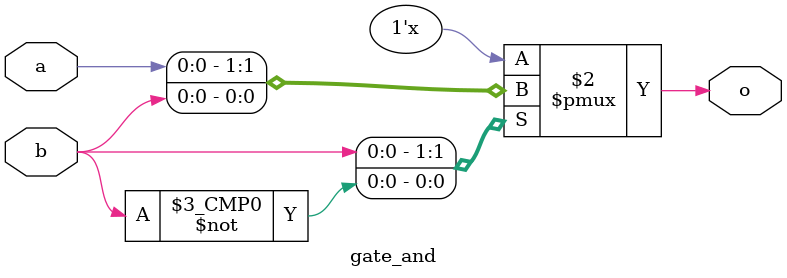
<source format=v>
module gate_and(
  input a,b,
  output reg o
);
    always @(*) begin
        case (b)
           1'b1 : o = a;
           1'b0 : o = b;
           endcase
        
    end
endmodule
</source>
